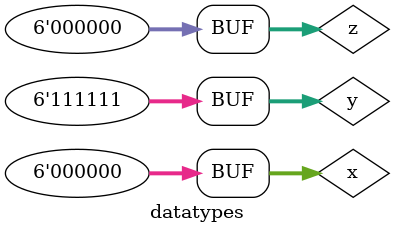
<source format=v>

module datatypes();
	reg [5:0] x= 0;
	reg [5:0] y = 0;
	reg [5:0] z = 0 ;


	/*always @(*) begin
		$display("%b %b %b\n", x,y,z);
	end */

	initial begin 
		$monitor("x=%b, y=%b, z=&b ",x,y,z);
	end
	// Bitwise Operations 
	initial begin
		#1;
		x = 6'b000000;
		y = 6'b111111;
		z = x | y;
		#1;
		z = x & y;
		#1 ;
		z = ~(x | y);
		#1 ;
		z= ~(x & y);
		#1;	
		z = (x^y);
		#1;
		z = ~(x^y);
	end
	
	
	
	//reduction Operations
	

	 
 
endmodule
</source>
